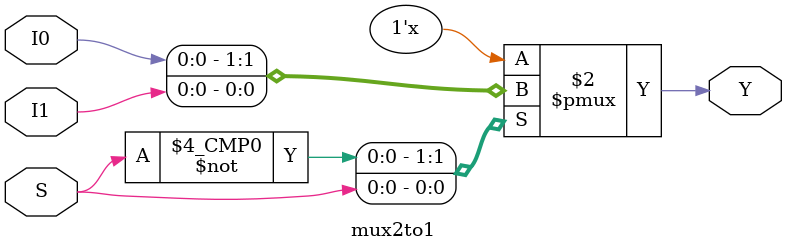
<source format=v>
module mux2to1(input I0,I1,S,output reg Y);
always @(*) begin
case (S)
      1'b0: Y = I0;
      1'b1: Y = I1;
    endcase
end
endmodule

</source>
